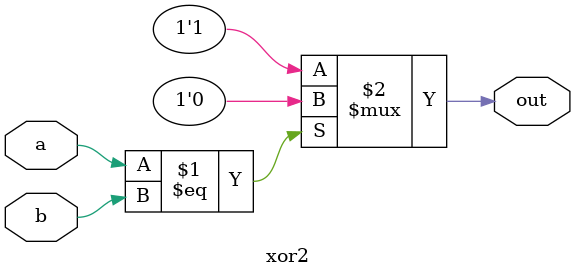
<source format=v>
module xor2 (
  input a,
  input b,
  output out
);

  assign out = (a == b) ? 1'b0 : 1'b1; // Check if bits are equal

endmodule
</source>
